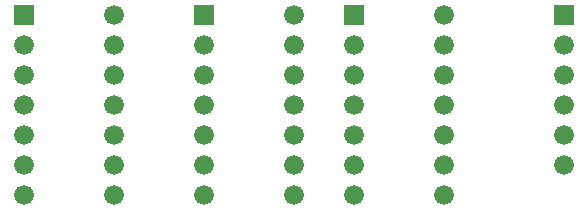
<source format=gbr>
G04 start of page 12 for group -4062 idx -4062 *
G04 Title: (unknown), soldermask *
G04 Creator: pcb 20140316 *
G04 CreationDate: Sat 09 Apr 2022 06:06:23 PM GMT UTC *
G04 For: steve *
G04 Format: Gerber/RS-274X *
G04 PCB-Dimensions (mil): 2250.00 1000.00 *
G04 PCB-Coordinate-Origin: lower left *
%MOIN*%
%FSLAX25Y25*%
%LNBOTTOMMASK*%
%ADD48C,0.0660*%
%ADD47C,0.0001*%
G54D47*G36*
X206700Y83300D02*Y76700D01*
X213300D01*
Y83300D01*
X206700D01*
G37*
G54D48*X210000Y70000D03*
Y60000D03*
Y50000D03*
Y40000D03*
Y30000D03*
G54D47*G36*
X26700Y83300D02*Y76700D01*
X33300D01*
Y83300D01*
X26700D01*
G37*
G54D48*X60000Y80000D03*
G54D47*G36*
X86700Y83300D02*Y76700D01*
X93300D01*
Y83300D01*
X86700D01*
G37*
G54D48*X30000Y70000D03*
X60000D03*
X90000D03*
X30000Y60000D03*
X60000D03*
X90000D03*
X30000Y50000D03*
X60000D03*
X30000Y40000D03*
Y30000D03*
Y20000D03*
X60000D03*
Y30000D03*
Y40000D03*
X90000Y50000D03*
Y40000D03*
Y30000D03*
Y20000D03*
X120000D03*
Y30000D03*
Y40000D03*
Y50000D03*
X140000D03*
Y40000D03*
X120000Y60000D03*
X140000D03*
X170000D03*
X120000Y70000D03*
Y80000D03*
G54D47*G36*
X136700Y83300D02*Y76700D01*
X143300D01*
Y83300D01*
X136700D01*
G37*
G54D48*X140000Y70000D03*
X170000D03*
Y80000D03*
X140000Y30000D03*
Y20000D03*
X170000D03*
Y30000D03*
Y40000D03*
Y50000D03*
M02*

</source>
